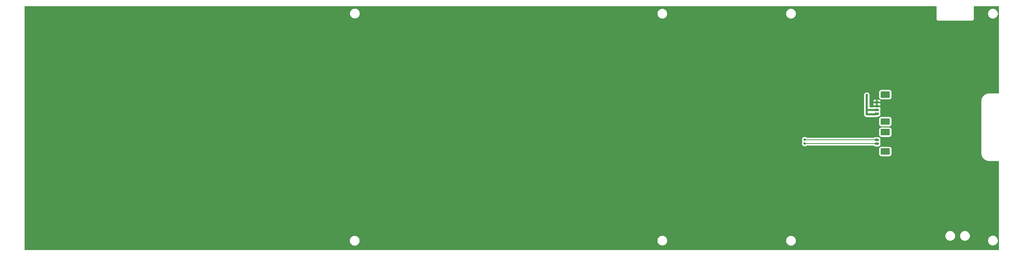
<source format=gbr>
G04 #@! TF.GenerationSoftware,KiCad,Pcbnew,(5.1.9)-1*
G04 #@! TF.CreationDate,2021-03-05T17:13:54-06:00*
G04 #@! TF.ProjectId,X+,582b2e6b-6963-4616-945f-706362585858,3*
G04 #@! TF.SameCoordinates,Original*
G04 #@! TF.FileFunction,Copper,L2,Bot*
G04 #@! TF.FilePolarity,Positive*
%FSLAX46Y46*%
G04 Gerber Fmt 4.6, Leading zero omitted, Abs format (unit mm)*
G04 Created by KiCad (PCBNEW (5.1.9)-1) date 2021-03-05 17:13:54*
%MOMM*%
%LPD*%
G01*
G04 APERTURE LIST*
G04 #@! TA.AperFunction,ViaPad*
%ADD10C,0.800000*%
G04 #@! TD*
G04 #@! TA.AperFunction,Conductor*
%ADD11C,0.250000*%
G04 #@! TD*
G04 #@! TA.AperFunction,Conductor*
%ADD12C,0.700000*%
G04 #@! TD*
G04 #@! TA.AperFunction,Conductor*
%ADD13C,0.254000*%
G04 #@! TD*
G04 #@! TA.AperFunction,Conductor*
%ADD14C,0.150000*%
G04 #@! TD*
G04 APERTURE END LIST*
G04 #@! TA.AperFunction,SMDPad,CuDef*
G36*
G01*
X425750000Y-160735000D02*
X426650000Y-160735000D01*
G75*
G02*
X426850000Y-160935000I0J-200000D01*
G01*
X426850000Y-161335000D01*
G75*
G02*
X426650000Y-161535000I-200000J0D01*
G01*
X425750000Y-161535000D01*
G75*
G02*
X425550000Y-161335000I0J200000D01*
G01*
X425550000Y-160935000D01*
G75*
G02*
X425750000Y-160735000I200000J0D01*
G01*
G37*
G04 #@! TD.AperFunction*
G04 #@! TA.AperFunction,SMDPad,CuDef*
G36*
G01*
X425750000Y-161985000D02*
X426650000Y-161985000D01*
G75*
G02*
X426850000Y-162185000I0J-200000D01*
G01*
X426850000Y-162585000D01*
G75*
G02*
X426650000Y-162785000I-200000J0D01*
G01*
X425750000Y-162785000D01*
G75*
G02*
X425550000Y-162585000I0J200000D01*
G01*
X425550000Y-162185000D01*
G75*
G02*
X425750000Y-161985000I200000J0D01*
G01*
G37*
G04 #@! TD.AperFunction*
G04 #@! TA.AperFunction,SMDPad,CuDef*
G36*
G01*
X425750000Y-163235000D02*
X426650000Y-163235000D01*
G75*
G02*
X426850000Y-163435000I0J-200000D01*
G01*
X426850000Y-163835000D01*
G75*
G02*
X426650000Y-164035000I-200000J0D01*
G01*
X425750000Y-164035000D01*
G75*
G02*
X425550000Y-163835000I0J200000D01*
G01*
X425550000Y-163435000D01*
G75*
G02*
X425750000Y-163235000I200000J0D01*
G01*
G37*
G04 #@! TD.AperFunction*
G04 #@! TA.AperFunction,SMDPad,CuDef*
G36*
G01*
X425750000Y-164485000D02*
X426650000Y-164485000D01*
G75*
G02*
X426850000Y-164685000I0J-200000D01*
G01*
X426850000Y-165085000D01*
G75*
G02*
X426650000Y-165285000I-200000J0D01*
G01*
X425750000Y-165285000D01*
G75*
G02*
X425550000Y-165085000I0J200000D01*
G01*
X425550000Y-164685000D01*
G75*
G02*
X425750000Y-164485000I200000J0D01*
G01*
G37*
G04 #@! TD.AperFunction*
G04 #@! TA.AperFunction,SMDPad,CuDef*
G36*
G01*
X427700000Y-157535000D02*
X430200000Y-157535000D01*
G75*
G02*
X430450000Y-157785000I0J-250000D01*
G01*
X430450000Y-159385000D01*
G75*
G02*
X430200000Y-159635000I-250000J0D01*
G01*
X427700000Y-159635000D01*
G75*
G02*
X427450000Y-159385000I0J250000D01*
G01*
X427450000Y-157785000D01*
G75*
G02*
X427700000Y-157535000I250000J0D01*
G01*
G37*
G04 #@! TD.AperFunction*
G04 #@! TA.AperFunction,SMDPad,CuDef*
G36*
G01*
X427700000Y-166385000D02*
X430200000Y-166385000D01*
G75*
G02*
X430450000Y-166635000I0J-250000D01*
G01*
X430450000Y-168235000D01*
G75*
G02*
X430200000Y-168485000I-250000J0D01*
G01*
X427700000Y-168485000D01*
G75*
G02*
X427450000Y-168235000I0J250000D01*
G01*
X427450000Y-166635000D01*
G75*
G02*
X427700000Y-166385000I250000J0D01*
G01*
G37*
G04 #@! TD.AperFunction*
G04 #@! TA.AperFunction,SMDPad,CuDef*
G36*
G01*
X425750000Y-173035000D02*
X426650000Y-173035000D01*
G75*
G02*
X426850000Y-173235000I0J-200000D01*
G01*
X426850000Y-173635000D01*
G75*
G02*
X426650000Y-173835000I-200000J0D01*
G01*
X425750000Y-173835000D01*
G75*
G02*
X425550000Y-173635000I0J200000D01*
G01*
X425550000Y-173235000D01*
G75*
G02*
X425750000Y-173035000I200000J0D01*
G01*
G37*
G04 #@! TD.AperFunction*
G04 #@! TA.AperFunction,SMDPad,CuDef*
G36*
G01*
X425750000Y-174285000D02*
X426650000Y-174285000D01*
G75*
G02*
X426850000Y-174485000I0J-200000D01*
G01*
X426850000Y-174885000D01*
G75*
G02*
X426650000Y-175085000I-200000J0D01*
G01*
X425750000Y-175085000D01*
G75*
G02*
X425550000Y-174885000I0J200000D01*
G01*
X425550000Y-174485000D01*
G75*
G02*
X425750000Y-174285000I200000J0D01*
G01*
G37*
G04 #@! TD.AperFunction*
G04 #@! TA.AperFunction,SMDPad,CuDef*
G36*
G01*
X427700000Y-169835000D02*
X430200000Y-169835000D01*
G75*
G02*
X430450000Y-170085000I0J-250000D01*
G01*
X430450000Y-171685000D01*
G75*
G02*
X430200000Y-171935000I-250000J0D01*
G01*
X427700000Y-171935000D01*
G75*
G02*
X427450000Y-171685000I0J250000D01*
G01*
X427450000Y-170085000D01*
G75*
G02*
X427700000Y-169835000I250000J0D01*
G01*
G37*
G04 #@! TD.AperFunction*
G04 #@! TA.AperFunction,SMDPad,CuDef*
G36*
G01*
X427700000Y-176185000D02*
X430200000Y-176185000D01*
G75*
G02*
X430450000Y-176435000I0J-250000D01*
G01*
X430450000Y-178035000D01*
G75*
G02*
X430200000Y-178285000I-250000J0D01*
G01*
X427700000Y-178285000D01*
G75*
G02*
X427450000Y-178035000I0J250000D01*
G01*
X427450000Y-176435000D01*
G75*
G02*
X427700000Y-176185000I250000J0D01*
G01*
G37*
G04 #@! TD.AperFunction*
D10*
X147955000Y-168910000D03*
X194945000Y-168910000D03*
X239395000Y-168910000D03*
X283845000Y-168910000D03*
X328295000Y-168910000D03*
X372745000Y-168910000D03*
X416675000Y-168300000D03*
X422910000Y-158750000D03*
X402590000Y-174625000D03*
X402590000Y-173355000D03*
D11*
X147955000Y-168910000D02*
X149860000Y-170815000D01*
X149860000Y-170815000D02*
X152400000Y-170815000D01*
X425985000Y-165100000D02*
X426200000Y-164885000D01*
D12*
X422910000Y-165100000D02*
X425985000Y-165100000D01*
D11*
X423105000Y-163635000D02*
X422910000Y-163830000D01*
D12*
X426200000Y-163635000D02*
X423105000Y-163635000D01*
X422910000Y-158750000D02*
X422910000Y-163830000D01*
X422910000Y-163830000D02*
X422910000Y-165100000D01*
D11*
X426140000Y-174625000D02*
X426200000Y-174685000D01*
X402590000Y-174625000D02*
X426140000Y-174625000D01*
X426120000Y-173355000D02*
X426200000Y-173435000D01*
X402590000Y-173355000D02*
X426120000Y-173355000D01*
D13*
X445590000Y-133715123D02*
X445586565Y-133750000D01*
X445600273Y-133889184D01*
X445640872Y-134023020D01*
X445706800Y-134146363D01*
X445795525Y-134254475D01*
X445903637Y-134343200D01*
X446026980Y-134409128D01*
X446160816Y-134449727D01*
X446300000Y-134463435D01*
X446334877Y-134460000D01*
X457265123Y-134460000D01*
X457300000Y-134463435D01*
X457334877Y-134460000D01*
X457439184Y-134449727D01*
X457573020Y-134409128D01*
X457696363Y-134343200D01*
X457804475Y-134254475D01*
X457893200Y-134146363D01*
X457959128Y-134023020D01*
X457999727Y-133889184D01*
X458013435Y-133750000D01*
X458010000Y-133715123D01*
X458010000Y-131839941D01*
X462423366Y-131839941D01*
X462423366Y-132180059D01*
X462489720Y-132513640D01*
X462619877Y-132827868D01*
X462808836Y-133110665D01*
X463049335Y-133351164D01*
X463332132Y-133540123D01*
X463646360Y-133670280D01*
X463979941Y-133736634D01*
X464320059Y-133736634D01*
X464653640Y-133670280D01*
X464967868Y-133540123D01*
X465250665Y-133351164D01*
X465491164Y-133110665D01*
X465680123Y-132827868D01*
X465810280Y-132513640D01*
X465876634Y-132180059D01*
X465876634Y-131839941D01*
X465810280Y-131506360D01*
X465680123Y-131192132D01*
X465491164Y-130909335D01*
X465250665Y-130668836D01*
X464967868Y-130479877D01*
X464653640Y-130349720D01*
X464320059Y-130283366D01*
X463979941Y-130283366D01*
X463646360Y-130349720D01*
X463332132Y-130479877D01*
X463049335Y-130668836D01*
X462808836Y-130909335D01*
X462619877Y-131192132D01*
X462489720Y-131506360D01*
X462423366Y-131839941D01*
X458010000Y-131839941D01*
X458010000Y-129667000D01*
X465963000Y-129667000D01*
X465963000Y-158050000D01*
X462865123Y-158050000D01*
X462834112Y-158053054D01*
X462822039Y-158052970D01*
X462812174Y-158053937D01*
X462433684Y-158093717D01*
X462370660Y-158106654D01*
X462307434Y-158118715D01*
X462297944Y-158121581D01*
X461934391Y-158234120D01*
X461875087Y-158259049D01*
X461815405Y-158283162D01*
X461806652Y-158287816D01*
X461471881Y-158468827D01*
X461418581Y-158504778D01*
X461364686Y-158540046D01*
X461357004Y-158546312D01*
X461063767Y-158788898D01*
X461018431Y-158834551D01*
X460972445Y-158879584D01*
X460966126Y-158887222D01*
X460725593Y-159182146D01*
X460689987Y-159235737D01*
X460653626Y-159288841D01*
X460648911Y-159297561D01*
X460470242Y-159633588D01*
X460445724Y-159693075D01*
X460420370Y-159752230D01*
X460417438Y-159761700D01*
X460307440Y-160126030D01*
X460294947Y-160189127D01*
X460281561Y-160252101D01*
X460280525Y-160261960D01*
X460243388Y-160640717D01*
X460243388Y-160640724D01*
X460240000Y-160675124D01*
X460240001Y-177844877D01*
X460243054Y-177875879D01*
X460242970Y-177887961D01*
X460243937Y-177897827D01*
X460283717Y-178276316D01*
X460296654Y-178339340D01*
X460308715Y-178402566D01*
X460311581Y-178412056D01*
X460424120Y-178775609D01*
X460449044Y-178834902D01*
X460473162Y-178894595D01*
X460477815Y-178903344D01*
X460477817Y-178903349D01*
X460477820Y-178903353D01*
X460658827Y-179238120D01*
X460694790Y-179291437D01*
X460730046Y-179345314D01*
X460736312Y-179352996D01*
X460978898Y-179646233D01*
X461024535Y-179691552D01*
X461069584Y-179737555D01*
X461077223Y-179743874D01*
X461372146Y-179984407D01*
X461425722Y-180020003D01*
X461478841Y-180056374D01*
X461487561Y-180061089D01*
X461823588Y-180239757D01*
X461883042Y-180264262D01*
X461942230Y-180289630D01*
X461951700Y-180292562D01*
X462316030Y-180402560D01*
X462379120Y-180415052D01*
X462442101Y-180428439D01*
X462451960Y-180429475D01*
X462830717Y-180466612D01*
X462830723Y-180466612D01*
X462865123Y-180470000D01*
X465963000Y-180470000D01*
X465963000Y-209423000D01*
X147447000Y-209423000D01*
X147447000Y-206339941D01*
X253623366Y-206339941D01*
X253623366Y-206680059D01*
X253689720Y-207013640D01*
X253819877Y-207327868D01*
X254008836Y-207610665D01*
X254249335Y-207851164D01*
X254532132Y-208040123D01*
X254846360Y-208170280D01*
X255179941Y-208236634D01*
X255520059Y-208236634D01*
X255853640Y-208170280D01*
X256167868Y-208040123D01*
X256450665Y-207851164D01*
X256691164Y-207610665D01*
X256880123Y-207327868D01*
X257010280Y-207013640D01*
X257076634Y-206680059D01*
X257076634Y-206339941D01*
X257066762Y-206290308D01*
X354277087Y-206290308D01*
X354277087Y-206629692D01*
X354343298Y-206962555D01*
X354473175Y-207276105D01*
X354661726Y-207558293D01*
X354901707Y-207798274D01*
X355183895Y-207986825D01*
X355497445Y-208116702D01*
X355830308Y-208182913D01*
X356169692Y-208182913D01*
X356502555Y-208116702D01*
X356816105Y-207986825D01*
X357098293Y-207798274D01*
X357338274Y-207558293D01*
X357526825Y-207276105D01*
X357656702Y-206962555D01*
X357722913Y-206629692D01*
X357722913Y-206339941D01*
X396373366Y-206339941D01*
X396373366Y-206680059D01*
X396439720Y-207013640D01*
X396569877Y-207327868D01*
X396758836Y-207610665D01*
X396999335Y-207851164D01*
X397282132Y-208040123D01*
X397596360Y-208170280D01*
X397929941Y-208236634D01*
X398270059Y-208236634D01*
X398603640Y-208170280D01*
X398917868Y-208040123D01*
X399200665Y-207851164D01*
X399441164Y-207610665D01*
X399630123Y-207327868D01*
X399760280Y-207013640D01*
X399826634Y-206680059D01*
X399826634Y-206339941D01*
X399760280Y-206006360D01*
X399630123Y-205692132D01*
X399441164Y-205409335D01*
X399200665Y-205168836D01*
X398917868Y-204979877D01*
X398603640Y-204849720D01*
X398270059Y-204783366D01*
X397929941Y-204783366D01*
X397596360Y-204849720D01*
X397282132Y-204979877D01*
X396999335Y-205168836D01*
X396758836Y-205409335D01*
X396569877Y-205692132D01*
X396439720Y-206006360D01*
X396373366Y-206339941D01*
X357722913Y-206339941D01*
X357722913Y-206290308D01*
X357656702Y-205957445D01*
X357526825Y-205643895D01*
X357338274Y-205361707D01*
X357098293Y-205121726D01*
X356816105Y-204933175D01*
X356502555Y-204803298D01*
X356184040Y-204739941D01*
X448473366Y-204739941D01*
X448473366Y-205080059D01*
X448539720Y-205413640D01*
X448669877Y-205727868D01*
X448858836Y-206010665D01*
X449099335Y-206251164D01*
X449382132Y-206440123D01*
X449696360Y-206570280D01*
X450029941Y-206636634D01*
X450370059Y-206636634D01*
X450703640Y-206570280D01*
X451017868Y-206440123D01*
X451300665Y-206251164D01*
X451541164Y-206010665D01*
X451730123Y-205727868D01*
X451860280Y-205413640D01*
X451926634Y-205080059D01*
X451926634Y-204739941D01*
X453273366Y-204739941D01*
X453273366Y-205080059D01*
X453339720Y-205413640D01*
X453469877Y-205727868D01*
X453658836Y-206010665D01*
X453899335Y-206251164D01*
X454182132Y-206440123D01*
X454496360Y-206570280D01*
X454829941Y-206636634D01*
X455170059Y-206636634D01*
X455503640Y-206570280D01*
X455817868Y-206440123D01*
X456042631Y-206289941D01*
X462423366Y-206289941D01*
X462423366Y-206630059D01*
X462489720Y-206963640D01*
X462619877Y-207277868D01*
X462808836Y-207560665D01*
X463049335Y-207801164D01*
X463332132Y-207990123D01*
X463646360Y-208120280D01*
X463979941Y-208186634D01*
X464320059Y-208186634D01*
X464653640Y-208120280D01*
X464967868Y-207990123D01*
X465250665Y-207801164D01*
X465491164Y-207560665D01*
X465680123Y-207277868D01*
X465810280Y-206963640D01*
X465876634Y-206630059D01*
X465876634Y-206289941D01*
X465810280Y-205956360D01*
X465680123Y-205642132D01*
X465491164Y-205359335D01*
X465250665Y-205118836D01*
X464967868Y-204929877D01*
X464653640Y-204799720D01*
X464320059Y-204733366D01*
X463979941Y-204733366D01*
X463646360Y-204799720D01*
X463332132Y-204929877D01*
X463049335Y-205118836D01*
X462808836Y-205359335D01*
X462619877Y-205642132D01*
X462489720Y-205956360D01*
X462423366Y-206289941D01*
X456042631Y-206289941D01*
X456100665Y-206251164D01*
X456341164Y-206010665D01*
X456530123Y-205727868D01*
X456660280Y-205413640D01*
X456726634Y-205080059D01*
X456726634Y-204739941D01*
X456660280Y-204406360D01*
X456530123Y-204092132D01*
X456341164Y-203809335D01*
X456100665Y-203568836D01*
X455817868Y-203379877D01*
X455503640Y-203249720D01*
X455170059Y-203183366D01*
X454829941Y-203183366D01*
X454496360Y-203249720D01*
X454182132Y-203379877D01*
X453899335Y-203568836D01*
X453658836Y-203809335D01*
X453469877Y-204092132D01*
X453339720Y-204406360D01*
X453273366Y-204739941D01*
X451926634Y-204739941D01*
X451860280Y-204406360D01*
X451730123Y-204092132D01*
X451541164Y-203809335D01*
X451300665Y-203568836D01*
X451017868Y-203379877D01*
X450703640Y-203249720D01*
X450370059Y-203183366D01*
X450029941Y-203183366D01*
X449696360Y-203249720D01*
X449382132Y-203379877D01*
X449099335Y-203568836D01*
X448858836Y-203809335D01*
X448669877Y-204092132D01*
X448539720Y-204406360D01*
X448473366Y-204739941D01*
X356184040Y-204739941D01*
X356169692Y-204737087D01*
X355830308Y-204737087D01*
X355497445Y-204803298D01*
X355183895Y-204933175D01*
X354901707Y-205121726D01*
X354661726Y-205361707D01*
X354473175Y-205643895D01*
X354343298Y-205957445D01*
X354277087Y-206290308D01*
X257066762Y-206290308D01*
X257010280Y-206006360D01*
X256880123Y-205692132D01*
X256691164Y-205409335D01*
X256450665Y-205168836D01*
X256167868Y-204979877D01*
X255853640Y-204849720D01*
X255520059Y-204783366D01*
X255179941Y-204783366D01*
X254846360Y-204849720D01*
X254532132Y-204979877D01*
X254249335Y-205168836D01*
X254008836Y-205409335D01*
X253819877Y-205692132D01*
X253689720Y-206006360D01*
X253623366Y-206339941D01*
X147447000Y-206339941D01*
X147447000Y-176435000D01*
X426811928Y-176435000D01*
X426811928Y-178035000D01*
X426828992Y-178208254D01*
X426879528Y-178374850D01*
X426961595Y-178528386D01*
X427072038Y-178662962D01*
X427206614Y-178773405D01*
X427360150Y-178855472D01*
X427526746Y-178906008D01*
X427700000Y-178923072D01*
X430200000Y-178923072D01*
X430373254Y-178906008D01*
X430539850Y-178855472D01*
X430693386Y-178773405D01*
X430827962Y-178662962D01*
X430938405Y-178528386D01*
X431020472Y-178374850D01*
X431071008Y-178208254D01*
X431088072Y-178035000D01*
X431088072Y-176435000D01*
X431071008Y-176261746D01*
X431020472Y-176095150D01*
X430938405Y-175941614D01*
X430827962Y-175807038D01*
X430693386Y-175696595D01*
X430539850Y-175614528D01*
X430373254Y-175563992D01*
X430200000Y-175546928D01*
X427700000Y-175546928D01*
X427526746Y-175563992D01*
X427360150Y-175614528D01*
X427206614Y-175696595D01*
X427072038Y-175807038D01*
X426961595Y-175941614D01*
X426879528Y-176095150D01*
X426828992Y-176261746D01*
X426811928Y-176435000D01*
X147447000Y-176435000D01*
X147447000Y-173253061D01*
X401555000Y-173253061D01*
X401555000Y-173456939D01*
X401594774Y-173656898D01*
X401672795Y-173845256D01*
X401769510Y-173990000D01*
X401672795Y-174134744D01*
X401594774Y-174323102D01*
X401555000Y-174523061D01*
X401555000Y-174726939D01*
X401594774Y-174926898D01*
X401672795Y-175115256D01*
X401786063Y-175284774D01*
X401930226Y-175428937D01*
X402099744Y-175542205D01*
X402288102Y-175620226D01*
X402488061Y-175660000D01*
X402691939Y-175660000D01*
X402891898Y-175620226D01*
X403080256Y-175542205D01*
X403249774Y-175428937D01*
X403293711Y-175385000D01*
X425081394Y-175385000D01*
X425157394Y-175477606D01*
X425284392Y-175581831D01*
X425429284Y-175659278D01*
X425586500Y-175706969D01*
X425750000Y-175723072D01*
X426650000Y-175723072D01*
X426813500Y-175706969D01*
X426970716Y-175659278D01*
X427115608Y-175581831D01*
X427242606Y-175477606D01*
X427346831Y-175350608D01*
X427424278Y-175205716D01*
X427471969Y-175048500D01*
X427488072Y-174885000D01*
X427488072Y-174485000D01*
X427471969Y-174321500D01*
X427424278Y-174164284D01*
X427368537Y-174060000D01*
X427424278Y-173955716D01*
X427471969Y-173798500D01*
X427488072Y-173635000D01*
X427488072Y-173235000D01*
X427471969Y-173071500D01*
X427424278Y-172914284D01*
X427346831Y-172769392D01*
X427242606Y-172642394D01*
X427115608Y-172538169D01*
X426970716Y-172460722D01*
X426813500Y-172413031D01*
X426650000Y-172396928D01*
X425750000Y-172396928D01*
X425586500Y-172413031D01*
X425429284Y-172460722D01*
X425284392Y-172538169D01*
X425215144Y-172595000D01*
X403293711Y-172595000D01*
X403249774Y-172551063D01*
X403080256Y-172437795D01*
X402891898Y-172359774D01*
X402691939Y-172320000D01*
X402488061Y-172320000D01*
X402288102Y-172359774D01*
X402099744Y-172437795D01*
X401930226Y-172551063D01*
X401786063Y-172695226D01*
X401672795Y-172864744D01*
X401594774Y-173053102D01*
X401555000Y-173253061D01*
X147447000Y-173253061D01*
X147447000Y-170085000D01*
X426811928Y-170085000D01*
X426811928Y-171685000D01*
X426828992Y-171858254D01*
X426879528Y-172024850D01*
X426961595Y-172178386D01*
X427072038Y-172312962D01*
X427206614Y-172423405D01*
X427360150Y-172505472D01*
X427526746Y-172556008D01*
X427700000Y-172573072D01*
X430200000Y-172573072D01*
X430373254Y-172556008D01*
X430539850Y-172505472D01*
X430693386Y-172423405D01*
X430827962Y-172312962D01*
X430938405Y-172178386D01*
X431020472Y-172024850D01*
X431071008Y-171858254D01*
X431088072Y-171685000D01*
X431088072Y-170085000D01*
X431071008Y-169911746D01*
X431020472Y-169745150D01*
X430938405Y-169591614D01*
X430827962Y-169457038D01*
X430693386Y-169346595D01*
X430539850Y-169264528D01*
X430373254Y-169213992D01*
X430200000Y-169196928D01*
X427700000Y-169196928D01*
X427526746Y-169213992D01*
X427360150Y-169264528D01*
X427206614Y-169346595D01*
X427072038Y-169457038D01*
X426961595Y-169591614D01*
X426879528Y-169745150D01*
X426828992Y-169911746D01*
X426811928Y-170085000D01*
X147447000Y-170085000D01*
X147447000Y-166635000D01*
X426811928Y-166635000D01*
X426811928Y-168235000D01*
X426828992Y-168408254D01*
X426879528Y-168574850D01*
X426961595Y-168728386D01*
X427072038Y-168862962D01*
X427206614Y-168973405D01*
X427360150Y-169055472D01*
X427526746Y-169106008D01*
X427700000Y-169123072D01*
X430200000Y-169123072D01*
X430373254Y-169106008D01*
X430539850Y-169055472D01*
X430693386Y-168973405D01*
X430827962Y-168862962D01*
X430938405Y-168728386D01*
X431020472Y-168574850D01*
X431071008Y-168408254D01*
X431088072Y-168235000D01*
X431088072Y-166635000D01*
X431071008Y-166461746D01*
X431020472Y-166295150D01*
X430938405Y-166141614D01*
X430827962Y-166007038D01*
X430693386Y-165896595D01*
X430539850Y-165814528D01*
X430373254Y-165763992D01*
X430200000Y-165746928D01*
X427700000Y-165746928D01*
X427526746Y-165763992D01*
X427360150Y-165814528D01*
X427206614Y-165896595D01*
X427072038Y-166007038D01*
X426961595Y-166141614D01*
X426879528Y-166295150D01*
X426828992Y-166461746D01*
X426811928Y-166635000D01*
X147447000Y-166635000D01*
X147447000Y-158648061D01*
X421875000Y-158648061D01*
X421875000Y-158851939D01*
X421914774Y-159051898D01*
X421925000Y-159076586D01*
X421925001Y-163781611D01*
X421925000Y-163781621D01*
X421925001Y-165051610D01*
X421920235Y-165100000D01*
X421939253Y-165293094D01*
X421995576Y-165478767D01*
X422087040Y-165649884D01*
X422210130Y-165799870D01*
X422360116Y-165922960D01*
X422531233Y-166014424D01*
X422716906Y-166070747D01*
X422861620Y-166085000D01*
X422910000Y-166089765D01*
X422958380Y-166085000D01*
X426033380Y-166085000D01*
X426178094Y-166070747D01*
X426363767Y-166014424D01*
X426534674Y-165923072D01*
X426650000Y-165923072D01*
X426813500Y-165906969D01*
X426970716Y-165859278D01*
X427115608Y-165781831D01*
X427242606Y-165677606D01*
X427346831Y-165550608D01*
X427424278Y-165405716D01*
X427471969Y-165248500D01*
X427488072Y-165085000D01*
X427488072Y-164685000D01*
X427471969Y-164521500D01*
X427424278Y-164364284D01*
X427368537Y-164260000D01*
X427424278Y-164155716D01*
X427471969Y-163998500D01*
X427488072Y-163835000D01*
X427488072Y-163435000D01*
X427471969Y-163271500D01*
X427424278Y-163114284D01*
X427409145Y-163085973D01*
X427439502Y-163029180D01*
X427475812Y-162909482D01*
X427488072Y-162785000D01*
X427485000Y-162670750D01*
X427326250Y-162512000D01*
X426327000Y-162512000D01*
X426327000Y-162532000D01*
X426073000Y-162532000D01*
X426073000Y-162512000D01*
X425073750Y-162512000D01*
X424935750Y-162650000D01*
X423895000Y-162650000D01*
X423895000Y-161535000D01*
X424911928Y-161535000D01*
X424924188Y-161659482D01*
X424954680Y-161760000D01*
X424924188Y-161860518D01*
X424911928Y-161985000D01*
X424915000Y-162099250D01*
X425073750Y-162258000D01*
X426073000Y-162258000D01*
X426073000Y-161262000D01*
X426327000Y-161262000D01*
X426327000Y-162258000D01*
X427326250Y-162258000D01*
X427485000Y-162099250D01*
X427488072Y-161985000D01*
X427475812Y-161860518D01*
X427445320Y-161760000D01*
X427475812Y-161659482D01*
X427488072Y-161535000D01*
X427485000Y-161420750D01*
X427326250Y-161262000D01*
X426327000Y-161262000D01*
X426073000Y-161262000D01*
X425073750Y-161262000D01*
X424915000Y-161420750D01*
X424911928Y-161535000D01*
X423895000Y-161535000D01*
X423895000Y-160735000D01*
X424911928Y-160735000D01*
X424915000Y-160849250D01*
X425073750Y-161008000D01*
X426073000Y-161008000D01*
X426073000Y-160258750D01*
X426327000Y-160258750D01*
X426327000Y-161008000D01*
X427326250Y-161008000D01*
X427485000Y-160849250D01*
X427488072Y-160735000D01*
X427475812Y-160610518D01*
X427439502Y-160490820D01*
X427380537Y-160380506D01*
X427301185Y-160283815D01*
X427204494Y-160204463D01*
X427094180Y-160145498D01*
X426974482Y-160109188D01*
X426850000Y-160096928D01*
X426485750Y-160100000D01*
X426327000Y-160258750D01*
X426073000Y-160258750D01*
X425914250Y-160100000D01*
X425550000Y-160096928D01*
X425425518Y-160109188D01*
X425305820Y-160145498D01*
X425195506Y-160204463D01*
X425098815Y-160283815D01*
X425019463Y-160380506D01*
X424960498Y-160490820D01*
X424924188Y-160610518D01*
X424911928Y-160735000D01*
X423895000Y-160735000D01*
X423895000Y-159076586D01*
X423905226Y-159051898D01*
X423945000Y-158851939D01*
X423945000Y-158648061D01*
X423905226Y-158448102D01*
X423827205Y-158259744D01*
X423713937Y-158090226D01*
X423569774Y-157946063D01*
X423400256Y-157832795D01*
X423284870Y-157785000D01*
X426811928Y-157785000D01*
X426811928Y-159385000D01*
X426828992Y-159558254D01*
X426879528Y-159724850D01*
X426961595Y-159878386D01*
X427072038Y-160012962D01*
X427206614Y-160123405D01*
X427360150Y-160205472D01*
X427526746Y-160256008D01*
X427700000Y-160273072D01*
X430200000Y-160273072D01*
X430373254Y-160256008D01*
X430539850Y-160205472D01*
X430693386Y-160123405D01*
X430827962Y-160012962D01*
X430938405Y-159878386D01*
X431020472Y-159724850D01*
X431071008Y-159558254D01*
X431088072Y-159385000D01*
X431088072Y-157785000D01*
X431071008Y-157611746D01*
X431020472Y-157445150D01*
X430938405Y-157291614D01*
X430827962Y-157157038D01*
X430693386Y-157046595D01*
X430539850Y-156964528D01*
X430373254Y-156913992D01*
X430200000Y-156896928D01*
X427700000Y-156896928D01*
X427526746Y-156913992D01*
X427360150Y-156964528D01*
X427206614Y-157046595D01*
X427072038Y-157157038D01*
X426961595Y-157291614D01*
X426879528Y-157445150D01*
X426828992Y-157611746D01*
X426811928Y-157785000D01*
X423284870Y-157785000D01*
X423211898Y-157754774D01*
X423011939Y-157715000D01*
X422808061Y-157715000D01*
X422608102Y-157754774D01*
X422419744Y-157832795D01*
X422250226Y-157946063D01*
X422106063Y-158090226D01*
X421992795Y-158259744D01*
X421914774Y-158448102D01*
X421875000Y-158648061D01*
X147447000Y-158648061D01*
X147447000Y-131789941D01*
X253673366Y-131789941D01*
X253673366Y-132130059D01*
X253739720Y-132463640D01*
X253869877Y-132777868D01*
X254058836Y-133060665D01*
X254299335Y-133301164D01*
X254582132Y-133490123D01*
X254896360Y-133620280D01*
X255229941Y-133686634D01*
X255570059Y-133686634D01*
X255903640Y-133620280D01*
X256217868Y-133490123D01*
X256500665Y-133301164D01*
X256741164Y-133060665D01*
X256930123Y-132777868D01*
X257060280Y-132463640D01*
X257126634Y-132130059D01*
X257126634Y-131840308D01*
X354277087Y-131840308D01*
X354277087Y-132179692D01*
X354343298Y-132512555D01*
X354473175Y-132826105D01*
X354661726Y-133108293D01*
X354901707Y-133348274D01*
X355183895Y-133536825D01*
X355497445Y-133666702D01*
X355830308Y-133732913D01*
X356169692Y-133732913D01*
X356502555Y-133666702D01*
X356816105Y-133536825D01*
X357098293Y-133348274D01*
X357338274Y-133108293D01*
X357526825Y-132826105D01*
X357656702Y-132512555D01*
X357722913Y-132179692D01*
X357722913Y-131840308D01*
X357722840Y-131839941D01*
X396373366Y-131839941D01*
X396373366Y-132180059D01*
X396439720Y-132513640D01*
X396569877Y-132827868D01*
X396758836Y-133110665D01*
X396999335Y-133351164D01*
X397282132Y-133540123D01*
X397596360Y-133670280D01*
X397929941Y-133736634D01*
X398270059Y-133736634D01*
X398603640Y-133670280D01*
X398917868Y-133540123D01*
X399200665Y-133351164D01*
X399441164Y-133110665D01*
X399630123Y-132827868D01*
X399760280Y-132513640D01*
X399826634Y-132180059D01*
X399826634Y-131839941D01*
X399760280Y-131506360D01*
X399630123Y-131192132D01*
X399441164Y-130909335D01*
X399200665Y-130668836D01*
X398917868Y-130479877D01*
X398603640Y-130349720D01*
X398270059Y-130283366D01*
X397929941Y-130283366D01*
X397596360Y-130349720D01*
X397282132Y-130479877D01*
X396999335Y-130668836D01*
X396758836Y-130909335D01*
X396569877Y-131192132D01*
X396439720Y-131506360D01*
X396373366Y-131839941D01*
X357722840Y-131839941D01*
X357656702Y-131507445D01*
X357526825Y-131193895D01*
X357338274Y-130911707D01*
X357098293Y-130671726D01*
X356816105Y-130483175D01*
X356502555Y-130353298D01*
X356169692Y-130287087D01*
X355830308Y-130287087D01*
X355497445Y-130353298D01*
X355183895Y-130483175D01*
X354901707Y-130671726D01*
X354661726Y-130911707D01*
X354473175Y-131193895D01*
X354343298Y-131507445D01*
X354277087Y-131840308D01*
X257126634Y-131840308D01*
X257126634Y-131789941D01*
X257060280Y-131456360D01*
X256930123Y-131142132D01*
X256741164Y-130859335D01*
X256500665Y-130618836D01*
X256217868Y-130429877D01*
X255903640Y-130299720D01*
X255570059Y-130233366D01*
X255229941Y-130233366D01*
X254896360Y-130299720D01*
X254582132Y-130429877D01*
X254299335Y-130618836D01*
X254058836Y-130859335D01*
X253869877Y-131142132D01*
X253739720Y-131456360D01*
X253673366Y-131789941D01*
X147447000Y-131789941D01*
X147447000Y-129667000D01*
X445590001Y-129667000D01*
X445590000Y-133715123D01*
G04 #@! TA.AperFunction,Conductor*
D14*
G36*
X445590000Y-133715123D02*
G01*
X445586565Y-133750000D01*
X445600273Y-133889184D01*
X445640872Y-134023020D01*
X445706800Y-134146363D01*
X445795525Y-134254475D01*
X445903637Y-134343200D01*
X446026980Y-134409128D01*
X446160816Y-134449727D01*
X446300000Y-134463435D01*
X446334877Y-134460000D01*
X457265123Y-134460000D01*
X457300000Y-134463435D01*
X457334877Y-134460000D01*
X457439184Y-134449727D01*
X457573020Y-134409128D01*
X457696363Y-134343200D01*
X457804475Y-134254475D01*
X457893200Y-134146363D01*
X457959128Y-134023020D01*
X457999727Y-133889184D01*
X458013435Y-133750000D01*
X458010000Y-133715123D01*
X458010000Y-131839941D01*
X462423366Y-131839941D01*
X462423366Y-132180059D01*
X462489720Y-132513640D01*
X462619877Y-132827868D01*
X462808836Y-133110665D01*
X463049335Y-133351164D01*
X463332132Y-133540123D01*
X463646360Y-133670280D01*
X463979941Y-133736634D01*
X464320059Y-133736634D01*
X464653640Y-133670280D01*
X464967868Y-133540123D01*
X465250665Y-133351164D01*
X465491164Y-133110665D01*
X465680123Y-132827868D01*
X465810280Y-132513640D01*
X465876634Y-132180059D01*
X465876634Y-131839941D01*
X465810280Y-131506360D01*
X465680123Y-131192132D01*
X465491164Y-130909335D01*
X465250665Y-130668836D01*
X464967868Y-130479877D01*
X464653640Y-130349720D01*
X464320059Y-130283366D01*
X463979941Y-130283366D01*
X463646360Y-130349720D01*
X463332132Y-130479877D01*
X463049335Y-130668836D01*
X462808836Y-130909335D01*
X462619877Y-131192132D01*
X462489720Y-131506360D01*
X462423366Y-131839941D01*
X458010000Y-131839941D01*
X458010000Y-129667000D01*
X465963000Y-129667000D01*
X465963000Y-158050000D01*
X462865123Y-158050000D01*
X462834112Y-158053054D01*
X462822039Y-158052970D01*
X462812174Y-158053937D01*
X462433684Y-158093717D01*
X462370660Y-158106654D01*
X462307434Y-158118715D01*
X462297944Y-158121581D01*
X461934391Y-158234120D01*
X461875087Y-158259049D01*
X461815405Y-158283162D01*
X461806652Y-158287816D01*
X461471881Y-158468827D01*
X461418581Y-158504778D01*
X461364686Y-158540046D01*
X461357004Y-158546312D01*
X461063767Y-158788898D01*
X461018431Y-158834551D01*
X460972445Y-158879584D01*
X460966126Y-158887222D01*
X460725593Y-159182146D01*
X460689987Y-159235737D01*
X460653626Y-159288841D01*
X460648911Y-159297561D01*
X460470242Y-159633588D01*
X460445724Y-159693075D01*
X460420370Y-159752230D01*
X460417438Y-159761700D01*
X460307440Y-160126030D01*
X460294947Y-160189127D01*
X460281561Y-160252101D01*
X460280525Y-160261960D01*
X460243388Y-160640717D01*
X460243388Y-160640724D01*
X460240000Y-160675124D01*
X460240001Y-177844877D01*
X460243054Y-177875879D01*
X460242970Y-177887961D01*
X460243937Y-177897827D01*
X460283717Y-178276316D01*
X460296654Y-178339340D01*
X460308715Y-178402566D01*
X460311581Y-178412056D01*
X460424120Y-178775609D01*
X460449044Y-178834902D01*
X460473162Y-178894595D01*
X460477815Y-178903344D01*
X460477817Y-178903349D01*
X460477820Y-178903353D01*
X460658827Y-179238120D01*
X460694790Y-179291437D01*
X460730046Y-179345314D01*
X460736312Y-179352996D01*
X460978898Y-179646233D01*
X461024535Y-179691552D01*
X461069584Y-179737555D01*
X461077223Y-179743874D01*
X461372146Y-179984407D01*
X461425722Y-180020003D01*
X461478841Y-180056374D01*
X461487561Y-180061089D01*
X461823588Y-180239757D01*
X461883042Y-180264262D01*
X461942230Y-180289630D01*
X461951700Y-180292562D01*
X462316030Y-180402560D01*
X462379120Y-180415052D01*
X462442101Y-180428439D01*
X462451960Y-180429475D01*
X462830717Y-180466612D01*
X462830723Y-180466612D01*
X462865123Y-180470000D01*
X465963000Y-180470000D01*
X465963000Y-209423000D01*
X147447000Y-209423000D01*
X147447000Y-206339941D01*
X253623366Y-206339941D01*
X253623366Y-206680059D01*
X253689720Y-207013640D01*
X253819877Y-207327868D01*
X254008836Y-207610665D01*
X254249335Y-207851164D01*
X254532132Y-208040123D01*
X254846360Y-208170280D01*
X255179941Y-208236634D01*
X255520059Y-208236634D01*
X255853640Y-208170280D01*
X256167868Y-208040123D01*
X256450665Y-207851164D01*
X256691164Y-207610665D01*
X256880123Y-207327868D01*
X257010280Y-207013640D01*
X257076634Y-206680059D01*
X257076634Y-206339941D01*
X257066762Y-206290308D01*
X354277087Y-206290308D01*
X354277087Y-206629692D01*
X354343298Y-206962555D01*
X354473175Y-207276105D01*
X354661726Y-207558293D01*
X354901707Y-207798274D01*
X355183895Y-207986825D01*
X355497445Y-208116702D01*
X355830308Y-208182913D01*
X356169692Y-208182913D01*
X356502555Y-208116702D01*
X356816105Y-207986825D01*
X357098293Y-207798274D01*
X357338274Y-207558293D01*
X357526825Y-207276105D01*
X357656702Y-206962555D01*
X357722913Y-206629692D01*
X357722913Y-206339941D01*
X396373366Y-206339941D01*
X396373366Y-206680059D01*
X396439720Y-207013640D01*
X396569877Y-207327868D01*
X396758836Y-207610665D01*
X396999335Y-207851164D01*
X397282132Y-208040123D01*
X397596360Y-208170280D01*
X397929941Y-208236634D01*
X398270059Y-208236634D01*
X398603640Y-208170280D01*
X398917868Y-208040123D01*
X399200665Y-207851164D01*
X399441164Y-207610665D01*
X399630123Y-207327868D01*
X399760280Y-207013640D01*
X399826634Y-206680059D01*
X399826634Y-206339941D01*
X399760280Y-206006360D01*
X399630123Y-205692132D01*
X399441164Y-205409335D01*
X399200665Y-205168836D01*
X398917868Y-204979877D01*
X398603640Y-204849720D01*
X398270059Y-204783366D01*
X397929941Y-204783366D01*
X397596360Y-204849720D01*
X397282132Y-204979877D01*
X396999335Y-205168836D01*
X396758836Y-205409335D01*
X396569877Y-205692132D01*
X396439720Y-206006360D01*
X396373366Y-206339941D01*
X357722913Y-206339941D01*
X357722913Y-206290308D01*
X357656702Y-205957445D01*
X357526825Y-205643895D01*
X357338274Y-205361707D01*
X357098293Y-205121726D01*
X356816105Y-204933175D01*
X356502555Y-204803298D01*
X356184040Y-204739941D01*
X448473366Y-204739941D01*
X448473366Y-205080059D01*
X448539720Y-205413640D01*
X448669877Y-205727868D01*
X448858836Y-206010665D01*
X449099335Y-206251164D01*
X449382132Y-206440123D01*
X449696360Y-206570280D01*
X450029941Y-206636634D01*
X450370059Y-206636634D01*
X450703640Y-206570280D01*
X451017868Y-206440123D01*
X451300665Y-206251164D01*
X451541164Y-206010665D01*
X451730123Y-205727868D01*
X451860280Y-205413640D01*
X451926634Y-205080059D01*
X451926634Y-204739941D01*
X453273366Y-204739941D01*
X453273366Y-205080059D01*
X453339720Y-205413640D01*
X453469877Y-205727868D01*
X453658836Y-206010665D01*
X453899335Y-206251164D01*
X454182132Y-206440123D01*
X454496360Y-206570280D01*
X454829941Y-206636634D01*
X455170059Y-206636634D01*
X455503640Y-206570280D01*
X455817868Y-206440123D01*
X456042631Y-206289941D01*
X462423366Y-206289941D01*
X462423366Y-206630059D01*
X462489720Y-206963640D01*
X462619877Y-207277868D01*
X462808836Y-207560665D01*
X463049335Y-207801164D01*
X463332132Y-207990123D01*
X463646360Y-208120280D01*
X463979941Y-208186634D01*
X464320059Y-208186634D01*
X464653640Y-208120280D01*
X464967868Y-207990123D01*
X465250665Y-207801164D01*
X465491164Y-207560665D01*
X465680123Y-207277868D01*
X465810280Y-206963640D01*
X465876634Y-206630059D01*
X465876634Y-206289941D01*
X465810280Y-205956360D01*
X465680123Y-205642132D01*
X465491164Y-205359335D01*
X465250665Y-205118836D01*
X464967868Y-204929877D01*
X464653640Y-204799720D01*
X464320059Y-204733366D01*
X463979941Y-204733366D01*
X463646360Y-204799720D01*
X463332132Y-204929877D01*
X463049335Y-205118836D01*
X462808836Y-205359335D01*
X462619877Y-205642132D01*
X462489720Y-205956360D01*
X462423366Y-206289941D01*
X456042631Y-206289941D01*
X456100665Y-206251164D01*
X456341164Y-206010665D01*
X456530123Y-205727868D01*
X456660280Y-205413640D01*
X456726634Y-205080059D01*
X456726634Y-204739941D01*
X456660280Y-204406360D01*
X456530123Y-204092132D01*
X456341164Y-203809335D01*
X456100665Y-203568836D01*
X455817868Y-203379877D01*
X455503640Y-203249720D01*
X455170059Y-203183366D01*
X454829941Y-203183366D01*
X454496360Y-203249720D01*
X454182132Y-203379877D01*
X453899335Y-203568836D01*
X453658836Y-203809335D01*
X453469877Y-204092132D01*
X453339720Y-204406360D01*
X453273366Y-204739941D01*
X451926634Y-204739941D01*
X451860280Y-204406360D01*
X451730123Y-204092132D01*
X451541164Y-203809335D01*
X451300665Y-203568836D01*
X451017868Y-203379877D01*
X450703640Y-203249720D01*
X450370059Y-203183366D01*
X450029941Y-203183366D01*
X449696360Y-203249720D01*
X449382132Y-203379877D01*
X449099335Y-203568836D01*
X448858836Y-203809335D01*
X448669877Y-204092132D01*
X448539720Y-204406360D01*
X448473366Y-204739941D01*
X356184040Y-204739941D01*
X356169692Y-204737087D01*
X355830308Y-204737087D01*
X355497445Y-204803298D01*
X355183895Y-204933175D01*
X354901707Y-205121726D01*
X354661726Y-205361707D01*
X354473175Y-205643895D01*
X354343298Y-205957445D01*
X354277087Y-206290308D01*
X257066762Y-206290308D01*
X257010280Y-206006360D01*
X256880123Y-205692132D01*
X256691164Y-205409335D01*
X256450665Y-205168836D01*
X256167868Y-204979877D01*
X255853640Y-204849720D01*
X255520059Y-204783366D01*
X255179941Y-204783366D01*
X254846360Y-204849720D01*
X254532132Y-204979877D01*
X254249335Y-205168836D01*
X254008836Y-205409335D01*
X253819877Y-205692132D01*
X253689720Y-206006360D01*
X253623366Y-206339941D01*
X147447000Y-206339941D01*
X147447000Y-176435000D01*
X426811928Y-176435000D01*
X426811928Y-178035000D01*
X426828992Y-178208254D01*
X426879528Y-178374850D01*
X426961595Y-178528386D01*
X427072038Y-178662962D01*
X427206614Y-178773405D01*
X427360150Y-178855472D01*
X427526746Y-178906008D01*
X427700000Y-178923072D01*
X430200000Y-178923072D01*
X430373254Y-178906008D01*
X430539850Y-178855472D01*
X430693386Y-178773405D01*
X430827962Y-178662962D01*
X430938405Y-178528386D01*
X431020472Y-178374850D01*
X431071008Y-178208254D01*
X431088072Y-178035000D01*
X431088072Y-176435000D01*
X431071008Y-176261746D01*
X431020472Y-176095150D01*
X430938405Y-175941614D01*
X430827962Y-175807038D01*
X430693386Y-175696595D01*
X430539850Y-175614528D01*
X430373254Y-175563992D01*
X430200000Y-175546928D01*
X427700000Y-175546928D01*
X427526746Y-175563992D01*
X427360150Y-175614528D01*
X427206614Y-175696595D01*
X427072038Y-175807038D01*
X426961595Y-175941614D01*
X426879528Y-176095150D01*
X426828992Y-176261746D01*
X426811928Y-176435000D01*
X147447000Y-176435000D01*
X147447000Y-173253061D01*
X401555000Y-173253061D01*
X401555000Y-173456939D01*
X401594774Y-173656898D01*
X401672795Y-173845256D01*
X401769510Y-173990000D01*
X401672795Y-174134744D01*
X401594774Y-174323102D01*
X401555000Y-174523061D01*
X401555000Y-174726939D01*
X401594774Y-174926898D01*
X401672795Y-175115256D01*
X401786063Y-175284774D01*
X401930226Y-175428937D01*
X402099744Y-175542205D01*
X402288102Y-175620226D01*
X402488061Y-175660000D01*
X402691939Y-175660000D01*
X402891898Y-175620226D01*
X403080256Y-175542205D01*
X403249774Y-175428937D01*
X403293711Y-175385000D01*
X425081394Y-175385000D01*
X425157394Y-175477606D01*
X425284392Y-175581831D01*
X425429284Y-175659278D01*
X425586500Y-175706969D01*
X425750000Y-175723072D01*
X426650000Y-175723072D01*
X426813500Y-175706969D01*
X426970716Y-175659278D01*
X427115608Y-175581831D01*
X427242606Y-175477606D01*
X427346831Y-175350608D01*
X427424278Y-175205716D01*
X427471969Y-175048500D01*
X427488072Y-174885000D01*
X427488072Y-174485000D01*
X427471969Y-174321500D01*
X427424278Y-174164284D01*
X427368537Y-174060000D01*
X427424278Y-173955716D01*
X427471969Y-173798500D01*
X427488072Y-173635000D01*
X427488072Y-173235000D01*
X427471969Y-173071500D01*
X427424278Y-172914284D01*
X427346831Y-172769392D01*
X427242606Y-172642394D01*
X427115608Y-172538169D01*
X426970716Y-172460722D01*
X426813500Y-172413031D01*
X426650000Y-172396928D01*
X425750000Y-172396928D01*
X425586500Y-172413031D01*
X425429284Y-172460722D01*
X425284392Y-172538169D01*
X425215144Y-172595000D01*
X403293711Y-172595000D01*
X403249774Y-172551063D01*
X403080256Y-172437795D01*
X402891898Y-172359774D01*
X402691939Y-172320000D01*
X402488061Y-172320000D01*
X402288102Y-172359774D01*
X402099744Y-172437795D01*
X401930226Y-172551063D01*
X401786063Y-172695226D01*
X401672795Y-172864744D01*
X401594774Y-173053102D01*
X401555000Y-173253061D01*
X147447000Y-173253061D01*
X147447000Y-170085000D01*
X426811928Y-170085000D01*
X426811928Y-171685000D01*
X426828992Y-171858254D01*
X426879528Y-172024850D01*
X426961595Y-172178386D01*
X427072038Y-172312962D01*
X427206614Y-172423405D01*
X427360150Y-172505472D01*
X427526746Y-172556008D01*
X427700000Y-172573072D01*
X430200000Y-172573072D01*
X430373254Y-172556008D01*
X430539850Y-172505472D01*
X430693386Y-172423405D01*
X430827962Y-172312962D01*
X430938405Y-172178386D01*
X431020472Y-172024850D01*
X431071008Y-171858254D01*
X431088072Y-171685000D01*
X431088072Y-170085000D01*
X431071008Y-169911746D01*
X431020472Y-169745150D01*
X430938405Y-169591614D01*
X430827962Y-169457038D01*
X430693386Y-169346595D01*
X430539850Y-169264528D01*
X430373254Y-169213992D01*
X430200000Y-169196928D01*
X427700000Y-169196928D01*
X427526746Y-169213992D01*
X427360150Y-169264528D01*
X427206614Y-169346595D01*
X427072038Y-169457038D01*
X426961595Y-169591614D01*
X426879528Y-169745150D01*
X426828992Y-169911746D01*
X426811928Y-170085000D01*
X147447000Y-170085000D01*
X147447000Y-166635000D01*
X426811928Y-166635000D01*
X426811928Y-168235000D01*
X426828992Y-168408254D01*
X426879528Y-168574850D01*
X426961595Y-168728386D01*
X427072038Y-168862962D01*
X427206614Y-168973405D01*
X427360150Y-169055472D01*
X427526746Y-169106008D01*
X427700000Y-169123072D01*
X430200000Y-169123072D01*
X430373254Y-169106008D01*
X430539850Y-169055472D01*
X430693386Y-168973405D01*
X430827962Y-168862962D01*
X430938405Y-168728386D01*
X431020472Y-168574850D01*
X431071008Y-168408254D01*
X431088072Y-168235000D01*
X431088072Y-166635000D01*
X431071008Y-166461746D01*
X431020472Y-166295150D01*
X430938405Y-166141614D01*
X430827962Y-166007038D01*
X430693386Y-165896595D01*
X430539850Y-165814528D01*
X430373254Y-165763992D01*
X430200000Y-165746928D01*
X427700000Y-165746928D01*
X427526746Y-165763992D01*
X427360150Y-165814528D01*
X427206614Y-165896595D01*
X427072038Y-166007038D01*
X426961595Y-166141614D01*
X426879528Y-166295150D01*
X426828992Y-166461746D01*
X426811928Y-166635000D01*
X147447000Y-166635000D01*
X147447000Y-158648061D01*
X421875000Y-158648061D01*
X421875000Y-158851939D01*
X421914774Y-159051898D01*
X421925000Y-159076586D01*
X421925001Y-163781611D01*
X421925000Y-163781621D01*
X421925001Y-165051610D01*
X421920235Y-165100000D01*
X421939253Y-165293094D01*
X421995576Y-165478767D01*
X422087040Y-165649884D01*
X422210130Y-165799870D01*
X422360116Y-165922960D01*
X422531233Y-166014424D01*
X422716906Y-166070747D01*
X422861620Y-166085000D01*
X422910000Y-166089765D01*
X422958380Y-166085000D01*
X426033380Y-166085000D01*
X426178094Y-166070747D01*
X426363767Y-166014424D01*
X426534674Y-165923072D01*
X426650000Y-165923072D01*
X426813500Y-165906969D01*
X426970716Y-165859278D01*
X427115608Y-165781831D01*
X427242606Y-165677606D01*
X427346831Y-165550608D01*
X427424278Y-165405716D01*
X427471969Y-165248500D01*
X427488072Y-165085000D01*
X427488072Y-164685000D01*
X427471969Y-164521500D01*
X427424278Y-164364284D01*
X427368537Y-164260000D01*
X427424278Y-164155716D01*
X427471969Y-163998500D01*
X427488072Y-163835000D01*
X427488072Y-163435000D01*
X427471969Y-163271500D01*
X427424278Y-163114284D01*
X427409145Y-163085973D01*
X427439502Y-163029180D01*
X427475812Y-162909482D01*
X427488072Y-162785000D01*
X427485000Y-162670750D01*
X427326250Y-162512000D01*
X426327000Y-162512000D01*
X426327000Y-162532000D01*
X426073000Y-162532000D01*
X426073000Y-162512000D01*
X425073750Y-162512000D01*
X424935750Y-162650000D01*
X423895000Y-162650000D01*
X423895000Y-161535000D01*
X424911928Y-161535000D01*
X424924188Y-161659482D01*
X424954680Y-161760000D01*
X424924188Y-161860518D01*
X424911928Y-161985000D01*
X424915000Y-162099250D01*
X425073750Y-162258000D01*
X426073000Y-162258000D01*
X426073000Y-161262000D01*
X426327000Y-161262000D01*
X426327000Y-162258000D01*
X427326250Y-162258000D01*
X427485000Y-162099250D01*
X427488072Y-161985000D01*
X427475812Y-161860518D01*
X427445320Y-161760000D01*
X427475812Y-161659482D01*
X427488072Y-161535000D01*
X427485000Y-161420750D01*
X427326250Y-161262000D01*
X426327000Y-161262000D01*
X426073000Y-161262000D01*
X425073750Y-161262000D01*
X424915000Y-161420750D01*
X424911928Y-161535000D01*
X423895000Y-161535000D01*
X423895000Y-160735000D01*
X424911928Y-160735000D01*
X424915000Y-160849250D01*
X425073750Y-161008000D01*
X426073000Y-161008000D01*
X426073000Y-160258750D01*
X426327000Y-160258750D01*
X426327000Y-161008000D01*
X427326250Y-161008000D01*
X427485000Y-160849250D01*
X427488072Y-160735000D01*
X427475812Y-160610518D01*
X427439502Y-160490820D01*
X427380537Y-160380506D01*
X427301185Y-160283815D01*
X427204494Y-160204463D01*
X427094180Y-160145498D01*
X426974482Y-160109188D01*
X426850000Y-160096928D01*
X426485750Y-160100000D01*
X426327000Y-160258750D01*
X426073000Y-160258750D01*
X425914250Y-160100000D01*
X425550000Y-160096928D01*
X425425518Y-160109188D01*
X425305820Y-160145498D01*
X425195506Y-160204463D01*
X425098815Y-160283815D01*
X425019463Y-160380506D01*
X424960498Y-160490820D01*
X424924188Y-160610518D01*
X424911928Y-160735000D01*
X423895000Y-160735000D01*
X423895000Y-159076586D01*
X423905226Y-159051898D01*
X423945000Y-158851939D01*
X423945000Y-158648061D01*
X423905226Y-158448102D01*
X423827205Y-158259744D01*
X423713937Y-158090226D01*
X423569774Y-157946063D01*
X423400256Y-157832795D01*
X423284870Y-157785000D01*
X426811928Y-157785000D01*
X426811928Y-159385000D01*
X426828992Y-159558254D01*
X426879528Y-159724850D01*
X426961595Y-159878386D01*
X427072038Y-160012962D01*
X427206614Y-160123405D01*
X427360150Y-160205472D01*
X427526746Y-160256008D01*
X427700000Y-160273072D01*
X430200000Y-160273072D01*
X430373254Y-160256008D01*
X430539850Y-160205472D01*
X430693386Y-160123405D01*
X430827962Y-160012962D01*
X430938405Y-159878386D01*
X431020472Y-159724850D01*
X431071008Y-159558254D01*
X431088072Y-159385000D01*
X431088072Y-157785000D01*
X431071008Y-157611746D01*
X431020472Y-157445150D01*
X430938405Y-157291614D01*
X430827962Y-157157038D01*
X430693386Y-157046595D01*
X430539850Y-156964528D01*
X430373254Y-156913992D01*
X430200000Y-156896928D01*
X427700000Y-156896928D01*
X427526746Y-156913992D01*
X427360150Y-156964528D01*
X427206614Y-157046595D01*
X427072038Y-157157038D01*
X426961595Y-157291614D01*
X426879528Y-157445150D01*
X426828992Y-157611746D01*
X426811928Y-157785000D01*
X423284870Y-157785000D01*
X423211898Y-157754774D01*
X423011939Y-157715000D01*
X422808061Y-157715000D01*
X422608102Y-157754774D01*
X422419744Y-157832795D01*
X422250226Y-157946063D01*
X422106063Y-158090226D01*
X421992795Y-158259744D01*
X421914774Y-158448102D01*
X421875000Y-158648061D01*
X147447000Y-158648061D01*
X147447000Y-131789941D01*
X253673366Y-131789941D01*
X253673366Y-132130059D01*
X253739720Y-132463640D01*
X253869877Y-132777868D01*
X254058836Y-133060665D01*
X254299335Y-133301164D01*
X254582132Y-133490123D01*
X254896360Y-133620280D01*
X255229941Y-133686634D01*
X255570059Y-133686634D01*
X255903640Y-133620280D01*
X256217868Y-133490123D01*
X256500665Y-133301164D01*
X256741164Y-133060665D01*
X256930123Y-132777868D01*
X257060280Y-132463640D01*
X257126634Y-132130059D01*
X257126634Y-131840308D01*
X354277087Y-131840308D01*
X354277087Y-132179692D01*
X354343298Y-132512555D01*
X354473175Y-132826105D01*
X354661726Y-133108293D01*
X354901707Y-133348274D01*
X355183895Y-133536825D01*
X355497445Y-133666702D01*
X355830308Y-133732913D01*
X356169692Y-133732913D01*
X356502555Y-133666702D01*
X356816105Y-133536825D01*
X357098293Y-133348274D01*
X357338274Y-133108293D01*
X357526825Y-132826105D01*
X357656702Y-132512555D01*
X357722913Y-132179692D01*
X357722913Y-131840308D01*
X357722840Y-131839941D01*
X396373366Y-131839941D01*
X396373366Y-132180059D01*
X396439720Y-132513640D01*
X396569877Y-132827868D01*
X396758836Y-133110665D01*
X396999335Y-133351164D01*
X397282132Y-133540123D01*
X397596360Y-133670280D01*
X397929941Y-133736634D01*
X398270059Y-133736634D01*
X398603640Y-133670280D01*
X398917868Y-133540123D01*
X399200665Y-133351164D01*
X399441164Y-133110665D01*
X399630123Y-132827868D01*
X399760280Y-132513640D01*
X399826634Y-132180059D01*
X399826634Y-131839941D01*
X399760280Y-131506360D01*
X399630123Y-131192132D01*
X399441164Y-130909335D01*
X399200665Y-130668836D01*
X398917868Y-130479877D01*
X398603640Y-130349720D01*
X398270059Y-130283366D01*
X397929941Y-130283366D01*
X397596360Y-130349720D01*
X397282132Y-130479877D01*
X396999335Y-130668836D01*
X396758836Y-130909335D01*
X396569877Y-131192132D01*
X396439720Y-131506360D01*
X396373366Y-131839941D01*
X357722840Y-131839941D01*
X357656702Y-131507445D01*
X357526825Y-131193895D01*
X357338274Y-130911707D01*
X357098293Y-130671726D01*
X356816105Y-130483175D01*
X356502555Y-130353298D01*
X356169692Y-130287087D01*
X355830308Y-130287087D01*
X355497445Y-130353298D01*
X355183895Y-130483175D01*
X354901707Y-130671726D01*
X354661726Y-130911707D01*
X354473175Y-131193895D01*
X354343298Y-131507445D01*
X354277087Y-131840308D01*
X257126634Y-131840308D01*
X257126634Y-131789941D01*
X257060280Y-131456360D01*
X256930123Y-131142132D01*
X256741164Y-130859335D01*
X256500665Y-130618836D01*
X256217868Y-130429877D01*
X255903640Y-130299720D01*
X255570059Y-130233366D01*
X255229941Y-130233366D01*
X254896360Y-130299720D01*
X254582132Y-130429877D01*
X254299335Y-130618836D01*
X254058836Y-130859335D01*
X253869877Y-131142132D01*
X253739720Y-131456360D01*
X253673366Y-131789941D01*
X147447000Y-131789941D01*
X147447000Y-129667000D01*
X445590001Y-129667000D01*
X445590000Y-133715123D01*
G37*
G04 #@! TD.AperFunction*
M02*

</source>
